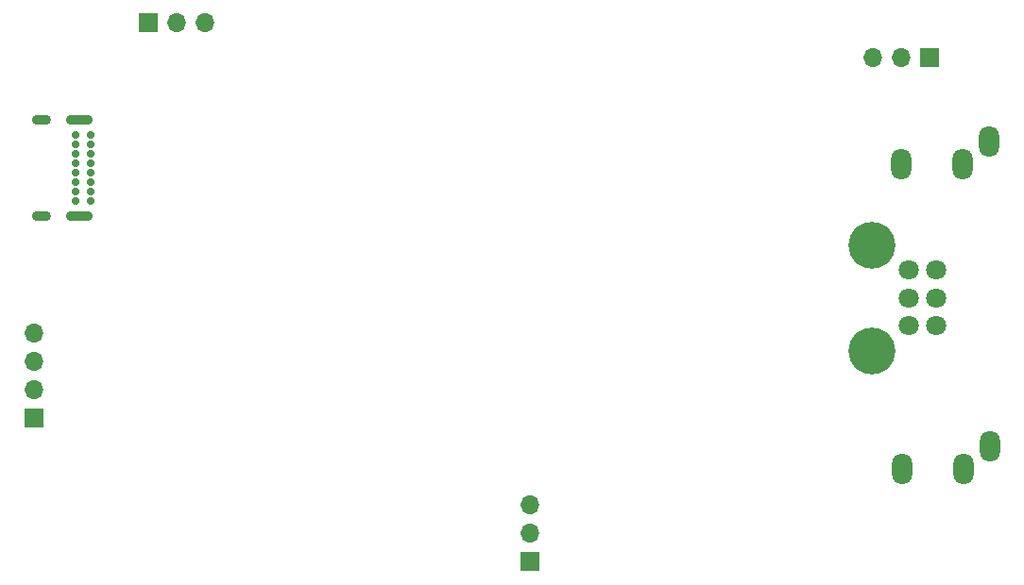
<source format=gbr>
%TF.GenerationSoftware,KiCad,Pcbnew,(5.1.8)-1*%
%TF.CreationDate,2021-03-14T21:45:14-06:00*%
%TF.ProjectId,Audio Card,41756469-6f20-4436-9172-642e6b696361,rev?*%
%TF.SameCoordinates,Original*%
%TF.FileFunction,Soldermask,Bot*%
%TF.FilePolarity,Negative*%
%FSLAX46Y46*%
G04 Gerber Fmt 4.6, Leading zero omitted, Abs format (unit mm)*
G04 Created by KiCad (PCBNEW (5.1.8)-1) date 2021-03-14 21:45:14*
%MOMM*%
%LPD*%
G01*
G04 APERTURE LIST*
%ADD10O,1.700000X1.700000*%
%ADD11R,1.700000X1.700000*%
%ADD12O,1.700000X0.900000*%
%ADD13O,2.400000X0.900000*%
%ADD14C,0.700000*%
%ADD15C,4.200000*%
%ADD16C,1.800000*%
%ADD17O,1.800000X2.800000*%
G04 APERTURE END LIST*
D10*
%TO.C,J6*%
X201930000Y-89090500D03*
X201930000Y-91630500D03*
D11*
X201930000Y-94170500D03*
%TD*%
D12*
%TO.C,P1*%
X158200000Y-63180000D03*
X158200000Y-54530000D03*
D13*
X161580000Y-63180000D03*
X161580000Y-54530000D03*
D14*
X161210000Y-59280000D03*
X161210000Y-61830000D03*
X161210000Y-60980000D03*
X161210000Y-60130000D03*
X161210000Y-55880000D03*
X161210000Y-57580000D03*
X161210000Y-58430000D03*
X161210000Y-56730000D03*
X162560000Y-61830000D03*
X162560000Y-60980000D03*
X162560000Y-60130000D03*
X162560000Y-59280000D03*
X162560000Y-58430000D03*
X162560000Y-57580000D03*
X162560000Y-56730000D03*
X162560000Y-55880000D03*
%TD*%
D10*
%TO.C,J5*%
X157480000Y-73660000D03*
X157480000Y-76200000D03*
X157480000Y-78740000D03*
D11*
X157480000Y-81280000D03*
%TD*%
D15*
%TO.C,RV1*%
X232579000Y-75275000D03*
X232579000Y-65775000D03*
D16*
X235879000Y-73025000D03*
X235879000Y-70525000D03*
X235879000Y-68025000D03*
X238379000Y-73025000D03*
X238379000Y-70525000D03*
X238379000Y-68025000D03*
%TD*%
D10*
%TO.C,J4*%
X172847000Y-45847000D03*
X170307000Y-45847000D03*
D11*
X167767000Y-45847000D03*
%TD*%
D10*
%TO.C,J3*%
X232664000Y-48958500D03*
X235204000Y-48958500D03*
D11*
X237744000Y-48958500D03*
%TD*%
D17*
%TO.C,J2*%
X235292000Y-85852000D03*
X240792000Y-85852000D03*
X243192000Y-83852000D03*
%TD*%
%TO.C,J1*%
X235178000Y-58515000D03*
X240678000Y-58515000D03*
X243078000Y-56515000D03*
%TD*%
M02*

</source>
